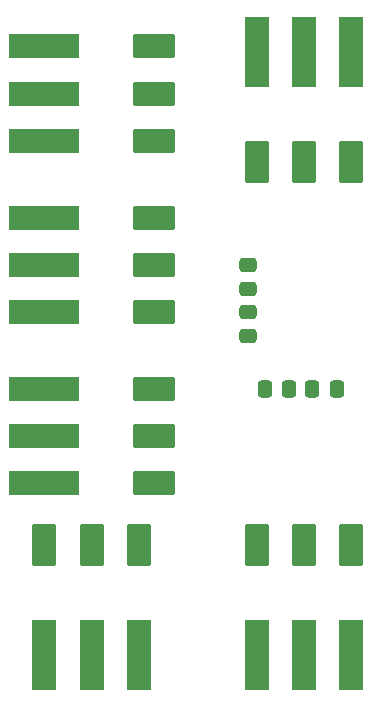
<source format=gbr>
%TF.GenerationSoftware,KiCad,Pcbnew,(6.0.4)*%
%TF.CreationDate,2022-11-04T10:04:38-04:00*%
%TF.ProjectId,controller board,636f6e74-726f-46c6-9c65-7220626f6172,rev?*%
%TF.SameCoordinates,Original*%
%TF.FileFunction,Paste,Top*%
%TF.FilePolarity,Positive*%
%FSLAX46Y46*%
G04 Gerber Fmt 4.6, Leading zero omitted, Abs format (unit mm)*
G04 Created by KiCad (PCBNEW (6.0.4)) date 2022-11-04 10:04:38*
%MOMM*%
%LPD*%
G01*
G04 APERTURE LIST*
G04 Aperture macros list*
%AMRoundRect*
0 Rectangle with rounded corners*
0 $1 Rounding radius*
0 $2 $3 $4 $5 $6 $7 $8 $9 X,Y pos of 4 corners*
0 Add a 4 corners polygon primitive as box body*
4,1,4,$2,$3,$4,$5,$6,$7,$8,$9,$2,$3,0*
0 Add four circle primitives for the rounded corners*
1,1,$1+$1,$2,$3*
1,1,$1+$1,$4,$5*
1,1,$1+$1,$6,$7*
1,1,$1+$1,$8,$9*
0 Add four rect primitives between the rounded corners*
20,1,$1+$1,$2,$3,$4,$5,0*
20,1,$1+$1,$4,$5,$6,$7,0*
20,1,$1+$1,$6,$7,$8,$9,0*
20,1,$1+$1,$8,$9,$2,$3,0*%
G04 Aperture macros list end*
%ADD10RoundRect,0.100000X-1.650000X-0.900000X1.650000X-0.900000X1.650000X0.900000X-1.650000X0.900000X0*%
%ADD11RoundRect,0.100000X-2.900000X-0.900000X2.900000X-0.900000X2.900000X0.900000X-2.900000X0.900000X0*%
%ADD12RoundRect,0.250000X-0.475000X0.337500X-0.475000X-0.337500X0.475000X-0.337500X0.475000X0.337500X0*%
%ADD13RoundRect,0.250000X-0.337500X-0.475000X0.337500X-0.475000X0.337500X0.475000X-0.337500X0.475000X0*%
%ADD14RoundRect,0.100000X0.900000X-1.650000X0.900000X1.650000X-0.900000X1.650000X-0.900000X-1.650000X0*%
%ADD15RoundRect,0.100000X0.900000X-2.900000X0.900000X2.900000X-0.900000X2.900000X-0.900000X-2.900000X0*%
%ADD16RoundRect,0.250000X0.337500X0.475000X-0.337500X0.475000X-0.337500X-0.475000X0.337500X-0.475000X0*%
%ADD17RoundRect,0.100000X-0.900000X2.900000X-0.900000X-2.900000X0.900000X-2.900000X0.900000X2.900000X0*%
%ADD18RoundRect,0.100000X-0.900000X1.650000X-0.900000X-1.650000X0.900000X-1.650000X0.900000X1.650000X0*%
%ADD19RoundRect,0.250000X0.475000X-0.337500X0.475000X0.337500X-0.475000X0.337500X-0.475000X-0.337500X0*%
G04 APERTURE END LIST*
D10*
%TO.C,J6*%
X116250000Y-81000000D03*
D11*
X107000000Y-81000000D03*
D10*
X116250000Y-85000000D03*
D11*
X107000000Y-85000000D03*
D10*
X116250000Y-89000000D03*
D11*
X107000000Y-89000000D03*
%TD*%
D12*
%TO.C,C1*%
X124286000Y-70462500D03*
X124286000Y-72537500D03*
%TD*%
D10*
%TO.C,J5*%
X116250000Y-66500000D03*
D11*
X107000000Y-66500000D03*
D10*
X116250000Y-70500000D03*
D11*
X107000000Y-70500000D03*
D10*
X116250000Y-74500000D03*
D11*
X107000000Y-74500000D03*
%TD*%
D10*
%TO.C,J4*%
X116250000Y-52000000D03*
D11*
X107000000Y-52000000D03*
X107000000Y-56000000D03*
D10*
X116250000Y-56000000D03*
D11*
X107000000Y-60000000D03*
D10*
X116250000Y-60000000D03*
%TD*%
D13*
%TO.C,C4*%
X125676500Y-81000000D03*
X127751500Y-81000000D03*
%TD*%
D14*
%TO.C,J3*%
X125000000Y-94250000D03*
D15*
X125000000Y-103500000D03*
D14*
X129000000Y-94250000D03*
D15*
X129000000Y-103500000D03*
X133000000Y-103500000D03*
D14*
X133000000Y-94250000D03*
%TD*%
D16*
%TO.C,C2*%
X131751500Y-81000000D03*
X129676500Y-81000000D03*
%TD*%
D17*
%TO.C,J1*%
X133000000Y-52500000D03*
D18*
X133000000Y-61750000D03*
X129000000Y-61750000D03*
D17*
X129000000Y-52500000D03*
D18*
X125000000Y-61750000D03*
D17*
X125000000Y-52500000D03*
%TD*%
D15*
%TO.C,J2*%
X107000000Y-103500000D03*
D14*
X107000000Y-94250000D03*
X111000000Y-94250000D03*
D15*
X111000000Y-103500000D03*
X115000000Y-103500000D03*
D14*
X115000000Y-94250000D03*
%TD*%
D19*
%TO.C,C3*%
X124286000Y-76537500D03*
X124286000Y-74462500D03*
%TD*%
M02*

</source>
